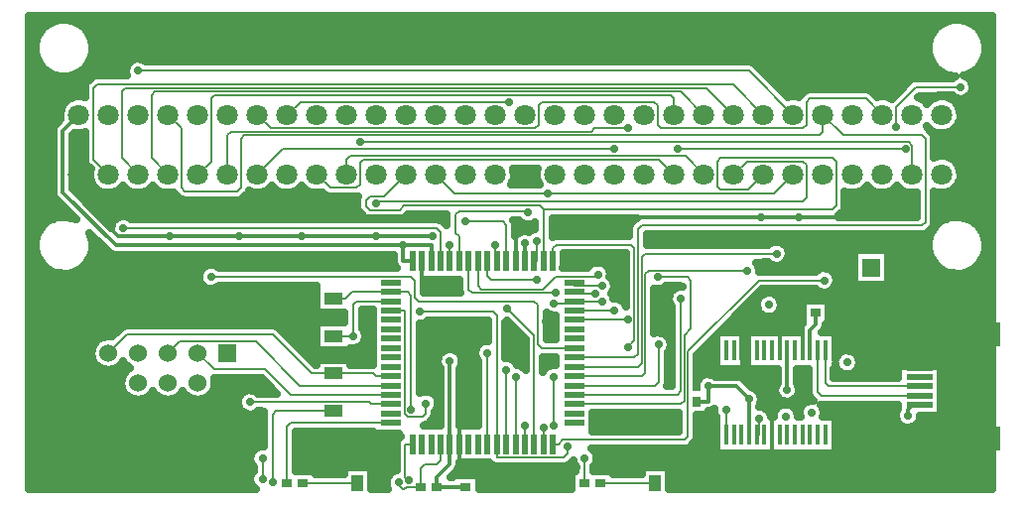
<source format=gbr>
G04 DipTrace 2.4.0.2*
%INTop.gbr*%
%MOIN*%
%ADD13C,0.0118*%
%ADD14C,0.0059*%
%ADD15C,0.025*%
%ADD16R,0.0354X0.0276*%
%ADD17R,0.0276X0.0354*%
%ADD18R,0.063X0.063*%
%ADD19C,0.063*%
%ADD20R,0.0394X0.0571*%
%ADD21C,0.0709*%
%ADD23R,0.0906X0.0197*%
%ADD24R,0.0984X0.0787*%
%ADD25C,0.06*%
%ADD26R,0.06X0.06*%
%ADD27R,0.0591X0.0394*%
%ADD28R,0.0157X0.0709*%
%ADD30R,0.0709X0.0197*%
%ADD31R,0.0197X0.0709*%
%ADD32C,0.0276*%
%FSLAX44Y44*%
G04*
G70*
G90*
G75*
G01*
%LNTop*%
%LPD*%
X30502Y8897D2*
D13*
Y9582D1*
X30699Y9779D1*
Y10187D1*
X18406Y8536D2*
Y5754D1*
X17776Y11896D2*
Y12427D1*
X16839D1*
X28455Y6062D2*
Y7266D1*
X16839Y12427D2*
Y11896D1*
X17146D1*
X20925Y12506D2*
Y11896D1*
X33793Y6708D2*
Y6924D1*
X33931Y7062D1*
X34187D1*
X29734Y7581D2*
Y8897D1*
X17949Y4312D2*
X18937D1*
X18406Y5754D2*
Y5084D1*
X17949Y4627D1*
Y4312D1*
X16839Y12427D2*
X7178D1*
X5406Y14200D1*
Y16281D1*
X5937Y16812D1*
X27081Y7699D2*
Y7187D1*
X26687D1*
X28455Y7266D2*
X28022Y7699D1*
X27081D1*
X17937Y14812D2*
D14*
X18567Y14182D1*
X21695D1*
X21319Y12565D2*
Y11896D1*
X21240D1*
X21695Y14182D2*
X29307D1*
X29937Y14812D1*
X16937D2*
X16199Y14074D1*
X15711D1*
X15593Y13956D1*
Y13739D1*
X15711Y13621D1*
X16719D1*
X16857Y13759D1*
X21437D1*
X21555Y13641D1*
X31262D1*
X31380Y13759D1*
Y15255D1*
X31262Y15373D1*
X27498D1*
X27380Y15255D1*
Y14418D1*
X27498Y14300D1*
X28425D1*
X28937Y14812D1*
X21555Y13641D2*
Y11896D1*
X27937Y14812D2*
X28380Y15255D1*
X30262D1*
X30380Y15137D1*
Y14033D1*
X30262Y13915D1*
X16005D1*
X15937Y13847D1*
X24380Y9012D2*
X24606Y9238D1*
Y12339D1*
X24488Y12457D1*
X21988D1*
X21870Y12339D1*
Y11896D1*
X26937Y14812D2*
X26317Y15432D1*
X15055D1*
X14937Y15314D1*
Y14812D1*
X23518Y11059D2*
X22579D1*
Y11187D1*
X25937Y14812D2*
X25435Y15314D1*
X15498D1*
X15380Y15196D1*
Y14487D1*
X15262Y14369D1*
X14380D1*
X13937Y14812D1*
X23281Y10803D2*
X22862D1*
X22793Y10872D1*
X22579D1*
X23519Y10557D2*
X22579D1*
X21909Y6387D2*
Y8014D1*
X22579Y10557D2*
Y10482D1*
X21909D1*
X23937Y15658D2*
X12783D1*
X11937Y14812D1*
X23937Y10242D2*
X22579D1*
X24380Y16359D2*
X23254D1*
X23145Y16251D1*
X11055D1*
X10937Y16133D1*
Y14812D1*
X24380Y9927D2*
X22579D1*
X25937Y16812D2*
Y17363D1*
X25819Y17481D1*
X10498D1*
X10380Y17363D1*
Y15255D1*
X9937Y14812D1*
X22579Y7093D2*
X26163D1*
X26281Y7211D1*
Y9401D1*
X26508Y9627D1*
Y11245D1*
X26390Y11363D1*
X25380D1*
X26937Y16812D2*
X26150Y17599D1*
X8498D1*
X8380Y17481D1*
Y15369D1*
X8937Y14812D1*
X26163Y10642D2*
Y7526D1*
X26045Y7407D1*
X22579D1*
X27937Y16812D2*
X27031Y17718D1*
X7498D1*
X7380Y17599D1*
Y15369D1*
X7937Y14812D1*
X25423Y9096D2*
Y7841D1*
X25305Y7722D1*
X22579D1*
X28937Y16812D2*
X27913Y17836D1*
X6557D1*
X6439Y17718D1*
Y15310D1*
X6937Y14812D1*
X28380Y11590D2*
X25079D1*
X24961Y11472D1*
Y8156D1*
X24843Y8037D1*
X22579D1*
X29380Y12150D2*
X24961D1*
X24843Y12031D1*
Y8470D1*
X24724Y8352D1*
X22579D1*
X29937Y16812D2*
X28451Y18298D1*
X7937D1*
X8937Y16812D2*
X9380Y16369D1*
Y14369D1*
X9498Y14251D1*
X11262D1*
X11380Y14369D1*
Y16015D1*
X11498Y16133D1*
X30819D1*
X30937Y16251D1*
Y16812D1*
X31616Y16133D1*
X34262D1*
X34380Y16015D1*
Y13211D1*
X34262Y13093D1*
X24843D1*
X24724Y12975D1*
Y8785D1*
X24606Y8667D1*
X22579D1*
X10380Y11374D2*
X17106D1*
X17224Y11256D1*
Y10663D1*
X17343Y10544D1*
X21240D1*
X21358Y10426D1*
Y9100D1*
X21476Y8982D1*
X22579D1*
X17606Y7118D2*
Y6784D1*
X17488Y6665D1*
X16998D1*
X16880Y6784D1*
Y10242D1*
X16437D1*
X21965Y10826D2*
X19154D1*
X19035Y10944D1*
Y11896D1*
X18937Y13237D2*
X20177D1*
X20295Y13119D1*
Y11896D1*
X19665Y8821D2*
Y5754D1*
X33380Y16422D2*
Y17067D1*
X34062Y17750D1*
X35562D1*
X19980Y5754D2*
Y5311D1*
X22237D1*
X22355Y5429D1*
Y5667D1*
X17380Y10200D2*
X19862D1*
X19980Y10082D1*
Y5754D1*
X20295Y8250D2*
Y5754D1*
X15380Y15895D2*
X33819D1*
X33937Y15777D1*
Y14812D1*
X20610Y8014D2*
Y5754D1*
X20925Y6364D2*
Y5754D1*
X20380Y17255D2*
X13380D1*
X12937Y16812D1*
X20325Y10318D2*
X21240Y9403D1*
Y5754D1*
X33711Y15658D2*
X26055D1*
X11937Y16812D2*
X12380Y16369D1*
X21262D1*
X21380Y16487D1*
Y17137D1*
X21498Y17255D1*
X25262D1*
X25380Y17137D1*
Y16487D1*
X25498Y16369D1*
X30262D1*
X30380Y16487D1*
Y17255D1*
X30498Y17373D1*
X32376D1*
X32937Y16812D1*
X21555Y6305D2*
Y5754D1*
X30979Y11256D2*
X28781D1*
X26400Y8874D1*
Y6012D1*
X26281Y5894D1*
X22197D1*
X22057Y5754D1*
X21870D1*
X14500Y9375D2*
X15154D1*
X28789Y6613D2*
Y6062D1*
X28711D1*
X15154Y9375D2*
Y10439D1*
X15272Y10557D1*
X16437D1*
X17106Y6892D2*
Y10754D1*
X16988Y10872D1*
X16437D1*
X27687Y6892D2*
Y6062D1*
X16437Y10872D2*
X15131D1*
X14883Y10625D1*
X14500D1*
X34187Y8322D2*
D13*
X33557D1*
X33321Y8558D1*
Y9326D1*
X33439Y9444D1*
X33557D1*
X34226D1*
X28199Y8897D2*
Y9428D1*
X28455D1*
X29478D1*
X29596Y9546D1*
X29833D1*
Y10187D1*
X30187D1*
X29478Y9428D2*
Y8897D1*
X26687Y7699D2*
Y8053D1*
X26875D1*
X27923D1*
X28041Y7935D1*
X28455D1*
Y7982D1*
Y8053D1*
X29222Y7285D1*
Y6062D1*
X36392Y9444D2*
Y6511D1*
X34226D1*
Y5940D1*
X18720Y9590D2*
Y5754D1*
X15937Y4978D2*
Y4437D1*
X29833Y9546D2*
X30246D1*
Y8897D1*
X28455Y8053D2*
Y8897D1*
X20610Y12841D2*
Y11896D1*
X17954Y11266D2*
X17461D1*
Y11896D1*
X36392Y6511D2*
Y5940D1*
X34226Y9444D2*
X36392D1*
X32562Y10687D2*
X33439Y9810D1*
Y9444D1*
X30187Y10187D2*
Y10687D1*
X32562D1*
X26390Y4312D2*
X26331Y4371D1*
X25937D1*
Y4437D1*
X29222Y6062D2*
Y4548D1*
X28986Y4312D1*
X26390D1*
X19449Y4900D2*
Y4312D1*
X18720Y5754D2*
Y5136D1*
X18957Y4900D1*
X19449D1*
X28455Y8897D2*
Y9428D1*
X28375Y8125D2*
X28455Y7982D1*
X26875Y8187D2*
Y8053D1*
X31812Y13500D2*
X31500D1*
X31375Y13375D1*
X30125D1*
X28875D1*
X23000D1*
X22687Y13062D1*
X17812Y12750D2*
X15937D1*
X13437D1*
X11312D1*
X9000D1*
X7250D1*
X6625Y13375D1*
Y14125D1*
X5937Y14812D1*
X12937Y4437D2*
D14*
Y6344D1*
X13055Y6463D1*
X16437D1*
X15307Y4437D2*
X14749D1*
X13449D1*
X7439Y13008D2*
X17972D1*
X18091Y12890D1*
Y11896D1*
X23380Y11453D2*
X23301Y11374D1*
X21967D1*
X21537Y10944D1*
X19469D1*
X19350Y11062D1*
Y11896D1*
X21319Y11285D2*
X19783D1*
X19665Y11404D1*
Y11896D1*
X21035Y13532D2*
X20986Y13582D1*
X18711D1*
X18593Y13463D1*
Y12855D1*
X18720Y12727D1*
Y11896D1*
X17016Y4538D2*
X16907Y4647D1*
Y5754D1*
X17146D1*
X12110Y5264D2*
Y4585D1*
X22937Y5264D2*
Y4437D1*
X25307D2*
X24904D1*
X23449D1*
X11693Y7160D2*
X15687D1*
X15754Y7093D1*
X16437D1*
Y8037D2*
X15920D1*
X15832Y8125D1*
X14500D1*
X13763D1*
X12450Y9437D1*
X7562D1*
X6937Y8812D1*
X16437Y7407D2*
X13054D1*
X12202Y8260D1*
X10489D1*
X9937Y8812D1*
X16437Y7722D2*
X13375D1*
X11897Y9201D1*
X9326D1*
X8937Y8812D1*
X31014Y8897D2*
Y7810D1*
X31132Y7692D1*
X34187D1*
X30758Y8897D2*
Y7495D1*
X30876Y7377D1*
X34187D1*
X19937Y12447D2*
Y12153D1*
X19980Y12110D1*
Y11896D1*
X12445Y4467D2*
Y6756D1*
X12563Y6875D1*
X14500D1*
X17437Y4312D2*
Y4956D1*
X17555Y5074D1*
X17972D1*
X18091Y5192D1*
Y5754D1*
X16681Y4467D2*
Y4378D1*
X16819Y4240D1*
X16871D1*
X16943Y4312D1*
X17437D1*
X18406Y12447D2*
Y11896D1*
D32*
X30125Y13375D3*
X28875D3*
X31812Y13500D3*
X33750D3*
X36625Y20125D3*
X4250D3*
Y4250D3*
X36625D3*
X9000Y12750D3*
X11312D3*
X17875Y13375D3*
X12875Y13625D3*
X14000D3*
X12875Y11875D3*
X14000D3*
X12875Y10062D3*
X13812Y9187D3*
X15750Y10250D3*
X28375Y8125D3*
X30562Y6812D3*
X33125Y7000D3*
X29125Y10437D3*
X31750Y8500D3*
X26875Y8187D3*
X22687Y11812D3*
Y13062D3*
X21625Y9875D3*
Y8500D3*
X13625Y5500D3*
X15937D3*
X22187Y11687D3*
X20500Y9125D3*
X13437Y12750D3*
X15937D3*
X17812D3*
X23562Y6312D3*
X25437D3*
X25812Y8187D3*
X25375Y10437D3*
X27000Y6125D3*
X32937Y6000D3*
X29687Y6687D3*
X18406Y8536D3*
X16839Y12427D3*
X20925Y12506D3*
X33793Y6708D3*
X27081Y7699D3*
X29734Y7581D3*
X28455Y7266D3*
X21319Y12565D3*
X21695Y14182D3*
X15937Y13847D3*
X24380Y9012D3*
X23518Y11059D3*
X23281Y10803D3*
X21909Y10482D3*
Y8014D3*
Y6387D3*
X23519Y10557D3*
X23937Y15658D3*
Y10242D3*
X24380Y16359D3*
Y9927D3*
X25380Y11363D3*
X26163Y10642D3*
X25423Y9096D3*
X28380Y11590D3*
X29380Y12150D3*
X7937Y18298D3*
X10380Y11374D3*
X17606Y7118D3*
X21965Y10826D3*
X18937Y13237D3*
X19665Y8821D3*
X22355Y5667D3*
X35562Y17750D3*
X33380Y16422D3*
X17380Y10200D3*
X20295Y8250D3*
X20610Y8014D3*
X15380Y15895D3*
X20925Y6364D3*
X20325Y10318D3*
X26055Y15658D3*
X33711D3*
X20380Y17255D3*
X21555Y6305D3*
X30979Y11256D3*
X28789Y6613D3*
X15154Y9375D3*
X17106Y6892D3*
X27687D3*
X15937Y4978D3*
X20610Y12841D3*
X19449Y4900D3*
X18720Y9590D3*
X26390Y4312D3*
X17954Y11266D3*
X7439Y13008D3*
X23380Y11453D3*
X21319Y11285D3*
X21035Y13532D3*
X17016Y4538D3*
X12110Y4585D3*
Y5264D3*
X22937D3*
X11693Y7160D3*
X19937Y12447D3*
X12445Y4467D3*
X16681D3*
X18406Y12447D3*
X4275Y19876D2*
D15*
X4914D1*
X5960D2*
X34914D1*
X35960D2*
X36598D1*
X4275Y19627D2*
X4644D1*
X6230D2*
X34644D1*
X36230D2*
X36598D1*
X4275Y19378D2*
X4512D1*
X6362D2*
X34512D1*
X36362D2*
X36598D1*
X4275Y19130D2*
X4461D1*
X6413D2*
X34461D1*
X36413D2*
X36596D1*
X4275Y18881D2*
X4476D1*
X6398D2*
X34476D1*
X36398D2*
X36598D1*
X4275Y18632D2*
X4562D1*
X6312D2*
X7687D1*
X8187D2*
X34562D1*
X36312D2*
X36598D1*
X4275Y18384D2*
X4742D1*
X6132D2*
X7519D1*
X28808D2*
X34742D1*
X36132D2*
X36598D1*
X4275Y18135D2*
X5187D1*
X5687D2*
X7543D1*
X29054D2*
X35187D1*
X35702D2*
X36598D1*
X4275Y17886D2*
X6172D1*
X29304D2*
X33758D1*
X35964D2*
X36598D1*
X4275Y17638D2*
X6121D1*
X29554D2*
X30344D1*
X32530D2*
X33508D1*
X35976D2*
X36598D1*
X4275Y17389D2*
X5687D1*
X34187D2*
X34687D1*
X35187D2*
X35359D1*
X35765D2*
X36598D1*
X4275Y17140D2*
X5387D1*
X35487D2*
X36598D1*
X4275Y16892D2*
X5297D1*
X35577D2*
X36598D1*
X4275Y16643D2*
X5285D1*
X35558D2*
X36598D1*
X4275Y16394D2*
X5078D1*
X35417D2*
X36598D1*
X4275Y16145D2*
X5058D1*
X5753D2*
X6121D1*
X34667D2*
X36598D1*
X4275Y15897D2*
X5058D1*
X5753D2*
X6121D1*
X34698D2*
X36598D1*
X4275Y15648D2*
X5058D1*
X5753D2*
X6121D1*
X34698D2*
X36598D1*
X4275Y15399D2*
X5058D1*
X5753D2*
X6121D1*
X35159D2*
X36598D1*
X4275Y15151D2*
X5058D1*
X5753D2*
X6168D1*
X35480D2*
X36598D1*
X4275Y14902D2*
X5058D1*
X5753D2*
X6301D1*
X20573D2*
X21301D1*
X35573D2*
X36598D1*
X4275Y14653D2*
X5058D1*
X5753D2*
X6312D1*
X20562D2*
X21312D1*
X35562D2*
X36598D1*
X4275Y14405D2*
X5058D1*
X5753D2*
X6445D1*
X35429D2*
X36598D1*
X4275Y14156D2*
X5058D1*
X5933D2*
X9152D1*
X11608D2*
X14152D1*
X31698D2*
X34062D1*
X34698D2*
X36598D1*
X4275Y13907D2*
X5215D1*
X6183D2*
X15273D1*
X31698D2*
X34062D1*
X34698D2*
X36598D1*
X4275Y13659D2*
X5465D1*
X6429D2*
X15285D1*
X31683D2*
X34062D1*
X34698D2*
X36598D1*
X4275Y13410D2*
X5711D1*
X6679D2*
X15480D1*
X16948D2*
X18273D1*
X31468D2*
X34062D1*
X34698D2*
X36598D1*
X4275Y13161D2*
X4793D1*
X20612D2*
X20855D1*
X21874D2*
X24473D1*
X36081D2*
X36598D1*
X4275Y12913D2*
X4586D1*
X20616D2*
X21090D1*
X21874D2*
X24406D1*
X36288D2*
X36598D1*
X4275Y12664D2*
X4484D1*
X25042D2*
X34484D1*
X36390D2*
X36598D1*
X4275Y12415D2*
X4457D1*
X6417D2*
X6707D1*
X29706D2*
X34457D1*
X36417D2*
X36596D1*
X4275Y12166D2*
X4496D1*
X6378D2*
X6961D1*
X29808D2*
X31957D1*
X33167D2*
X34496D1*
X36378D2*
X36598D1*
X4275Y11918D2*
X4613D1*
X6261D2*
X16488D1*
X22257D2*
X24285D1*
X29733D2*
X31957D1*
X33167D2*
X34613D1*
X36261D2*
X36598D1*
X4275Y11669D2*
X4848D1*
X6026D2*
X10082D1*
X10679D2*
X16582D1*
X22257D2*
X23016D1*
X23745D2*
X24285D1*
X28800D2*
X31957D1*
X33167D2*
X34848D1*
X36026D2*
X36598D1*
X4275Y11420D2*
X9957D1*
X23808D2*
X24285D1*
X31370D2*
X31957D1*
X33167D2*
X36598D1*
X4275Y11172D2*
X10008D1*
X17542D2*
X18715D1*
X23929D2*
X24285D1*
X31398D2*
X31957D1*
X33167D2*
X36598D1*
X4275Y10923D2*
X13914D1*
X17542D2*
X18719D1*
X23921D2*
X24285D1*
X25280D2*
X25851D1*
X28890D2*
X30726D1*
X31230D2*
X36598D1*
X4275Y10674D2*
X13914D1*
X23929D2*
X24285D1*
X25280D2*
X25738D1*
X28640D2*
X28773D1*
X29476D2*
X36598D1*
X4275Y10426D2*
X13914D1*
X25280D2*
X25801D1*
X28394D2*
X28695D1*
X29554D2*
X30230D1*
X31167D2*
X36598D1*
X4275Y10177D2*
X13914D1*
X15472D2*
X15793D1*
X25280D2*
X25844D1*
X28144D2*
X28793D1*
X29456D2*
X30230D1*
X31167D2*
X36598D1*
X4275Y9928D2*
X14836D1*
X15472D2*
X15793D1*
X21679D2*
X21933D1*
X25280D2*
X25844D1*
X27894D2*
X30230D1*
X31167D2*
X36598D1*
X4275Y9680D2*
X7371D1*
X12640D2*
X13914D1*
X15472D2*
X15793D1*
X17425D2*
X19660D1*
X20300D2*
X20523D1*
X21679D2*
X21933D1*
X25280D2*
X25844D1*
X27648D2*
X30168D1*
X31030D2*
X36598D1*
X4275Y9431D2*
X7113D1*
X12898D2*
X13914D1*
X15577D2*
X15793D1*
X17425D2*
X19660D1*
X20300D2*
X20769D1*
X21679D2*
X21933D1*
X25671D2*
X25846D1*
X31382D2*
X36598D1*
X4275Y9182D2*
X6484D1*
X13148D2*
X13914D1*
X15530D2*
X15793D1*
X17425D2*
X19461D1*
X20300D2*
X20922D1*
X27148D2*
X27320D1*
X31382D2*
X36598D1*
X4275Y8934D2*
X6359D1*
X13394D2*
X13914D1*
X15085D2*
X15793D1*
X17425D2*
X18316D1*
X18492D2*
X19254D1*
X20300D2*
X20922D1*
X26901D2*
X27320D1*
X31382D2*
X36598D1*
X4275Y8685D2*
X6363D1*
X13644D2*
X15793D1*
X17425D2*
X18008D1*
X18804D2*
X19262D1*
X20300D2*
X20922D1*
X21558D2*
X21933D1*
X26718D2*
X27320D1*
X32132D2*
X36598D1*
X4275Y8436D2*
X6492D1*
X15085D2*
X15793D1*
X17425D2*
X17992D1*
X18819D2*
X19348D1*
X20679D2*
X20922D1*
X21558D2*
X21933D1*
X26718D2*
X27320D1*
X32171D2*
X36598D1*
X4275Y8187D2*
X7488D1*
X17425D2*
X18058D1*
X18753D2*
X19348D1*
X26718D2*
X29387D1*
X30081D2*
X30437D1*
X31331D2*
X31471D1*
X32030D2*
X33445D1*
X34929D2*
X36598D1*
X4275Y7939D2*
X7363D1*
X10511D2*
X12082D1*
X17425D2*
X18058D1*
X18753D2*
X19348D1*
X28265D2*
X29387D1*
X30081D2*
X30437D1*
X34929D2*
X36598D1*
X4275Y7690D2*
X7359D1*
X10515D2*
X12332D1*
X17425D2*
X18058D1*
X18753D2*
X19348D1*
X28515D2*
X29320D1*
X30148D2*
X30437D1*
X34929D2*
X36598D1*
X4275Y7441D2*
X7484D1*
X10390D2*
X11379D1*
X17870D2*
X18058D1*
X18753D2*
X19348D1*
X28843D2*
X29332D1*
X30136D2*
X30445D1*
X34929D2*
X36598D1*
X4275Y7193D2*
X11266D1*
X18753D2*
X19348D1*
X28874D2*
X29601D1*
X29865D2*
X30406D1*
X34929D2*
X36598D1*
X4275Y6944D2*
X11328D1*
X18753D2*
X19348D1*
X29042D2*
X29351D1*
X30023D2*
X30156D1*
X30968D2*
X33441D1*
X34929D2*
X36598D1*
X4275Y6695D2*
X12125D1*
X17913D2*
X18059D1*
X18753D2*
X19348D1*
X23222D2*
X26082D1*
X26718D2*
X27312D1*
X30972D2*
X33367D1*
X34222D2*
X36598D1*
X4275Y6447D2*
X12125D1*
X17710D2*
X18058D1*
X18753D2*
X19348D1*
X23222D2*
X26082D1*
X26718D2*
X27320D1*
X31382D2*
X33461D1*
X34124D2*
X36598D1*
X4275Y6198D2*
X12125D1*
X23222D2*
X26082D1*
X26718D2*
X27320D1*
X31382D2*
X36598D1*
X4275Y5949D2*
X12125D1*
X13257D2*
X16664D1*
X26714D2*
X27320D1*
X31382D2*
X36598D1*
X4275Y5701D2*
X12125D1*
X13257D2*
X16590D1*
X26530D2*
X27320D1*
X31382D2*
X36598D1*
X4275Y5452D2*
X11730D1*
X13257D2*
X16590D1*
X23319D2*
X27320D1*
X31382D2*
X36598D1*
X4275Y5203D2*
X11687D1*
X13257D2*
X16590D1*
X23358D2*
X36598D1*
X4275Y4955D2*
X11789D1*
X13257D2*
X14820D1*
X15792D2*
X16590D1*
X18726D2*
X22617D1*
X23257D2*
X24820D1*
X25792D2*
X36598D1*
X4275Y4706D2*
X11703D1*
X15792D2*
X16332D1*
X19405D2*
X22469D1*
X25792D2*
X36598D1*
X4275Y4457D2*
X11703D1*
X15792D2*
X16254D1*
X19405D2*
X22469D1*
X25792D2*
X36598D1*
X30257Y9796D2*
Y10590D1*
X31141D1*
Y9784D1*
X31023Y9779D1*
X30999Y9657D1*
X30928Y9549D1*
X30892Y9514D1*
X31102Y9516D1*
X31357D1*
X31362Y8608D1*
X31413Y8721D1*
X31497Y8813D1*
X31605Y8875D1*
X31727Y8902D1*
X31851Y8889D1*
X31965Y8840D1*
X32059Y8758D1*
X32123Y8651D1*
X32152Y8500D1*
X32133Y8376D1*
X32077Y8265D1*
X31990Y8176D1*
X31880Y8118D1*
X31757Y8097D1*
X31634Y8114D1*
X31521Y8168D1*
X31431Y8253D1*
X31371Y8362D1*
X31357Y8435D1*
Y8277D1*
X31308Y8272D1*
Y7987D1*
X33472Y7986D1*
X33469Y8370D1*
X34905D1*
X34901Y7644D1*
X34905Y7240D1*
X34901Y7014D1*
X34905Y6925D1*
Y6699D1*
X34198D1*
X34177Y6585D1*
X34121Y6473D1*
X34034Y6385D1*
X33924Y6327D1*
X33801Y6305D1*
X33678Y6322D1*
X33565Y6376D1*
X33475Y6461D1*
X33415Y6570D1*
X33391Y6693D1*
X33405Y6816D1*
X33470Y6944D1*
X33469Y7085D1*
X32687Y7083D1*
X30872D1*
X30871Y7070D1*
X30935Y6964D1*
X30965Y6812D1*
X30940Y6679D1*
X31102Y6677D1*
X31045Y6681D1*
X31357D1*
Y5443D1*
X30670Y5447D1*
X30721Y5443D1*
X30158Y5447D1*
X30209Y5443D1*
X29646Y5447D1*
X29697Y5443D1*
X29135Y5447D1*
X29185Y5443D1*
X28623Y5447D1*
X28673Y5443D1*
X28111Y5447D1*
X28162Y5443D1*
X27599Y5447D1*
X27656Y5443D1*
X27343D1*
X27347Y6681D1*
X27308Y6754D1*
X27285Y6877D1*
X27292Y6942D1*
X27219Y6894D1*
X27086Y6864D1*
X27090Y6745D1*
X26695D1*
X26694Y6012D1*
X26666Y5887D1*
X26682Y5927D1*
X26631Y5829D1*
X26490Y5685D1*
X26398Y5623D1*
X26281Y5599D1*
X23160D1*
X23246Y5522D1*
X23310Y5415D1*
X23340Y5264D1*
X23320Y5141D1*
X23265Y5030D1*
X23229Y4993D1*
X23231Y4838D1*
X23379Y4836D1*
X23632Y4840D1*
X23891D1*
Y4734D1*
X24846Y4731D1*
X24845Y4987D1*
X25769D1*
Y4249D1*
X36625Y4250D1*
Y20125D1*
X4250D1*
Y4250D1*
X11882Y4253D1*
X11792Y4338D1*
X11732Y4447D1*
X11708Y4569D1*
X11722Y4693D1*
X11774Y4806D1*
X11813Y4850D1*
X11816Y4987D1*
X11732Y5126D1*
X11708Y5249D1*
X11722Y5372D1*
X11774Y5486D1*
X11858Y5578D1*
X11966Y5640D1*
X12087Y5666D1*
X12153Y5659D1*
X12150Y6592D1*
X12151Y6760D1*
X12164Y6844D1*
X12062Y6866D1*
X11964D1*
X11933Y6837D1*
X11823Y6779D1*
X11700Y6757D1*
X11577Y6774D1*
X11464Y6828D1*
X11374Y6914D1*
X11314Y7023D1*
X11290Y7145D1*
X11305Y7268D1*
X11356Y7382D1*
X11440Y7474D1*
X11548Y7536D1*
X11670Y7562D1*
X11794Y7550D1*
X11908Y7500D1*
X11958Y7457D1*
X12595Y7454D1*
X12081Y7964D1*
X10486Y7966D1*
X10502Y7812D1*
X10488Y7688D1*
X10448Y7570D1*
X10382Y7464D1*
X10295Y7375D1*
X10190Y7307D1*
X10073Y7264D1*
X9949Y7247D1*
X9825Y7258D1*
X9706Y7296D1*
X9599Y7360D1*
X9508Y7445D1*
X9436Y7552D1*
X9382Y7464D1*
X9295Y7375D1*
X9190Y7307D1*
X9073Y7264D1*
X8949Y7247D1*
X8825Y7258D1*
X8706Y7296D1*
X8599Y7360D1*
X8508Y7445D1*
X8436Y7552D1*
X8382Y7464D1*
X8295Y7375D1*
X8190Y7307D1*
X8073Y7264D1*
X7949Y7247D1*
X7825Y7258D1*
X7706Y7296D1*
X7599Y7360D1*
X7508Y7445D1*
X7438Y7548D1*
X7392Y7664D1*
X7373Y7787D1*
X7381Y7912D1*
X7416Y8031D1*
X7477Y8140D1*
X7560Y8233D1*
X7673Y8310D1*
X7599Y8360D1*
X7508Y8445D1*
X7436Y8552D1*
X7382Y8464D1*
X7295Y8375D1*
X7190Y8307D1*
X7073Y8264D1*
X6949Y8247D1*
X6825Y8258D1*
X6706Y8296D1*
X6599Y8360D1*
X6508Y8445D1*
X6438Y8548D1*
X6392Y8664D1*
X6373Y8787D1*
X6381Y8912D1*
X6416Y9031D1*
X6477Y9140D1*
X6560Y9233D1*
X6662Y9306D1*
X6777Y9354D1*
X6900Y9376D1*
X7025Y9370D1*
X7066Y9359D1*
X7354Y9645D1*
X7462Y9713D1*
X7562Y9731D1*
X12450D1*
X12575Y9703D1*
X12658Y9645D1*
X13888Y8419D1*
X13938D1*
X13939Y8586D1*
X15060D1*
Y8418D1*
X15819Y8419D1*
X15818Y9031D1*
Y9661D1*
Y10262D1*
X15449Y10263D1*
X15448Y9646D1*
X15527Y9526D1*
X15556Y9375D1*
X15537Y9252D1*
X15481Y9140D1*
X15394Y9051D1*
X15284Y8993D1*
X15161Y8972D1*
X15057Y8986D1*
X15060Y8913D1*
X13939D1*
Y9836D1*
X14857D1*
X14859Y10160D1*
X14060Y10163D1*
X13939D1*
Y11079D1*
X10657Y11080D1*
X10510Y10993D1*
X10388Y10971D1*
X10264Y10988D1*
X10152Y11042D1*
X10061Y11128D1*
X10001Y11237D1*
X9977Y11359D1*
X9992Y11482D1*
X10044Y11596D1*
X10128Y11688D1*
X10235Y11750D1*
X10357Y11776D1*
X10481Y11764D1*
X10595Y11714D1*
X10645Y11671D1*
X13380Y11668D1*
X16610D1*
X16546Y11757D1*
X16515Y11896D1*
Y12103D1*
X7178D1*
X7056Y12127D1*
X6949Y12198D1*
X6294Y12853D1*
X6360Y12678D1*
X6384Y12555D1*
X6391Y12437D1*
X6383Y12312D1*
X6358Y12190D1*
X6318Y12072D1*
X6263Y11960D1*
X6193Y11856D1*
X6111Y11762D1*
X6017Y11680D1*
X5913Y11610D1*
X5801Y11555D1*
X5683Y11515D1*
X5560Y11491D1*
X5435Y11483D1*
X5311Y11492D1*
X5188Y11516D1*
X5070Y11556D1*
X4958Y11612D1*
X4854Y11682D1*
X4761Y11764D1*
X4679Y11858D1*
X4610Y11962D1*
X4555Y12075D1*
X4515Y12193D1*
X4491Y12316D1*
X4483Y12440D1*
X4492Y12565D1*
X4517Y12687D1*
X4557Y12805D1*
X4613Y12917D1*
X4683Y13021D1*
X4765Y13114D1*
X4860Y13196D1*
X4964Y13265D1*
X5076Y13320D1*
X5195Y13360D1*
X5317Y13383D1*
X5442Y13391D1*
X5566Y13382D1*
X5689Y13357D1*
X5852Y13294D1*
X5176Y13971D1*
X5107Y14074D1*
X5082Y14200D1*
Y16281D1*
X5105Y16402D1*
X5176Y16510D1*
X5334Y16667D1*
X5322Y16742D1*
X5320Y16866D1*
X5344Y16989D1*
X5391Y17104D1*
X5461Y17208D1*
X5550Y17295D1*
X5655Y17363D1*
X5771Y17409D1*
X5894Y17430D1*
X6019Y17426D1*
X6144Y17395D1*
X6145Y17718D1*
X6173Y17842D1*
X6157Y17802D1*
X6208Y17900D1*
X6349Y18044D1*
X6440Y18106D1*
X6557Y18130D1*
X7569D1*
X7535Y18283D1*
X7549Y18407D1*
X7601Y18520D1*
X7685Y18612D1*
X7793Y18674D1*
X7914Y18700D1*
X8038Y18688D1*
X8152Y18639D1*
X8202Y18595D1*
X10937Y18593D1*
X28451D1*
X28575Y18564D1*
X28659Y18506D1*
X29761Y17404D1*
X29894Y17430D1*
X30019Y17426D1*
X30121Y17402D1*
X30250Y17542D1*
X30290Y17581D1*
X30381Y17643D1*
X30498Y17667D1*
X32376D1*
X32500Y17639D1*
X32584Y17581D1*
X32758Y17407D1*
X32894Y17430D1*
X33019Y17426D1*
X33140Y17397D1*
X33243Y17349D1*
X33854Y17958D1*
X33962Y18026D1*
X34062Y18044D1*
X35285D1*
X35387Y18108D1*
X35188Y18141D1*
X35070Y18181D1*
X34958Y18237D1*
X34854Y18307D1*
X34761Y18389D1*
X34679Y18483D1*
X34610Y18587D1*
X34555Y18700D1*
X34515Y18818D1*
X34491Y18941D1*
X34483Y19065D1*
X34492Y19190D1*
X34517Y19312D1*
X34557Y19430D1*
X34613Y19542D1*
X34683Y19646D1*
X34765Y19739D1*
X34860Y19821D1*
X34964Y19890D1*
X35076Y19945D1*
X35195Y19985D1*
X35317Y20008D1*
X35442Y20016D1*
X35566Y20007D1*
X35689Y19982D1*
X35807Y19941D1*
X35919Y19885D1*
X36022Y19815D1*
X36116Y19732D1*
X36197Y19638D1*
X36266Y19534D1*
X36321Y19421D1*
X36360Y19303D1*
X36384Y19180D1*
X36391Y19062D1*
X36383Y18937D1*
X36358Y18815D1*
X36318Y18697D1*
X36263Y18585D1*
X36193Y18481D1*
X36111Y18387D1*
X36017Y18305D1*
X35913Y18235D1*
X35801Y18180D1*
X35671Y18138D1*
X35777Y18090D1*
X35871Y18008D1*
X35935Y17901D1*
X35965Y17750D1*
X35945Y17627D1*
X35890Y17515D1*
X35802Y17426D1*
X35692Y17368D1*
X35570Y17347D1*
X35446Y17364D1*
X35334Y17418D1*
X35292Y17458D1*
X34183Y17455D1*
X34129Y17400D1*
X34253Y17344D1*
X34354Y17270D1*
X34439Y17174D1*
X34461Y17208D1*
X34550Y17295D1*
X34655Y17363D1*
X34771Y17409D1*
X34894Y17430D1*
X35019Y17426D1*
X35140Y17397D1*
X35253Y17344D1*
X35354Y17270D1*
X35437Y17177D1*
X35500Y17070D1*
X35540Y16952D1*
X35556Y16812D1*
X35544Y16688D1*
X35506Y16569D1*
X35446Y16460D1*
X35365Y16365D1*
X35267Y16288D1*
X35155Y16232D1*
X35034Y16200D1*
X34910Y16193D1*
X34786Y16211D1*
X34669Y16254D1*
X34562Y16319D1*
X34471Y16404D1*
X34437Y16452D1*
X34444Y16364D1*
X34588Y16223D1*
X34650Y16131D1*
X34674Y16015D1*
Y15370D1*
X34771Y15409D1*
X34894Y15430D1*
X35019Y15426D1*
X35140Y15397D1*
X35253Y15344D1*
X35354Y15270D1*
X35437Y15177D1*
X35500Y15070D1*
X35540Y14952D1*
X35556Y14812D1*
X35544Y14688D1*
X35506Y14569D1*
X35446Y14460D1*
X35365Y14365D1*
X35267Y14288D1*
X35155Y14232D1*
X35034Y14200D1*
X34910Y14193D1*
X34786Y14211D1*
X34673Y14252D1*
X34674Y13211D1*
X34646Y13087D1*
X34662Y13126D1*
X34611Y13028D1*
X34470Y12885D1*
X34378Y12822D1*
X34262Y12798D1*
X25016D1*
X25019Y12447D1*
X25836Y12444D1*
X29105D1*
X29235Y12526D1*
X29357Y12552D1*
X29481Y12539D1*
X29595Y12490D1*
X29689Y12408D1*
X29753Y12301D1*
X29783Y12150D1*
X29763Y12027D1*
X29708Y11915D1*
X29620Y11826D1*
X29510Y11769D1*
X29388Y11747D1*
X29264Y11764D1*
X29152Y11818D1*
X29109Y11858D1*
X28681Y11855D1*
X28753Y11742D1*
X28783Y11590D1*
X28781Y11550D1*
X30707D1*
X30835Y11631D1*
X30957Y11658D1*
X31081Y11645D1*
X31195Y11596D1*
X31288Y11514D1*
X31353Y11407D1*
X31382Y11256D1*
X31363Y11133D1*
X31307Y11021D1*
X31220Y10932D1*
X31110Y10874D1*
X30987Y10853D1*
X30864Y10870D1*
X30751Y10924D1*
X30709Y10964D1*
X28905Y10961D1*
X27457Y9514D1*
X28031Y9516D1*
X28287D1*
Y8277D1*
X27599Y8281D1*
X27656Y8277D1*
X27343D1*
Y9398D1*
X26694Y8749D1*
Y7807D1*
X26745Y7921D1*
X26828Y8013D1*
X26936Y8075D1*
X27058Y8101D1*
X27182Y8089D1*
X27296Y8039D1*
X27317Y8021D1*
X28022Y8023D1*
X28144Y7999D1*
X28251Y7928D1*
X28513Y7666D1*
X28670Y7606D1*
X28764Y7524D1*
X28828Y7417D1*
X28857Y7266D1*
X28838Y7143D1*
X28779Y7016D1*
X28891Y7003D1*
X29005Y6953D1*
X29098Y6871D1*
X29162Y6765D1*
X29183Y6678D1*
X29287Y6681D1*
X29299Y6795D1*
X29351Y6909D1*
X29435Y7001D1*
X29543Y7063D1*
X29664Y7089D1*
X29788Y7077D1*
X29902Y7027D1*
X29996Y6945D1*
X30060Y6839D1*
X30089Y6683D1*
X30180Y6681D1*
X30160Y6797D1*
X30174Y6920D1*
X30226Y7034D1*
X30310Y7126D1*
X30418Y7188D1*
X30539Y7214D1*
X30628Y7205D1*
X30550Y7287D1*
X30488Y7378D1*
X30463Y7495D1*
Y8280D1*
X30346Y8277D1*
X30158Y8281D1*
X30209Y8277D1*
X30058Y8272D1*
Y7822D1*
X30107Y7732D1*
X30137Y7581D1*
X30118Y7458D1*
X30062Y7346D1*
X29975Y7258D1*
X29864Y7200D1*
X29742Y7178D1*
X29618Y7195D1*
X29506Y7249D1*
X29416Y7334D1*
X29356Y7443D1*
X29332Y7566D1*
X29346Y7689D1*
X29411Y7817D1*
X29410Y8280D1*
X29316Y8277D1*
X28879Y8281D1*
X28929Y8277D1*
X28367D1*
Y9516D1*
X29054Y9512D1*
X29004Y9516D1*
X29566Y9512D1*
X29516Y9516D1*
X30078Y9512D1*
X30021Y9516D1*
X30178Y9522D1*
Y9582D1*
X30197Y9691D1*
X30158Y9516D1*
X30178D1*
X32107Y12267D2*
X33142D1*
Y11107D1*
X31982D1*
Y12267D1*
X32107D1*
X14970Y4987D2*
X15769D1*
Y4249D1*
X16339Y4250D1*
X16302Y4329D1*
X16279Y4451D1*
X16293Y4575D1*
X16345Y4688D1*
X16429Y4780D1*
X16536Y4842D1*
X16616Y4860D1*
X16613Y5397D1*
Y5754D1*
X16639Y5875D1*
X16716Y5977D1*
X16746Y5999D1*
X16681Y6099D1*
X15818D1*
X15812Y6168D1*
X13230D1*
X13231Y4841D1*
X13379Y4836D1*
X13632Y4840D1*
X13891D1*
Y4734D1*
X14749Y4731D1*
X14847D1*
X14845Y4987D1*
X14970D1*
X36383Y12312D2*
X36358Y12190D1*
X36318Y12072D1*
X36263Y11960D1*
X36193Y11856D1*
X36111Y11762D1*
X36017Y11680D1*
X35913Y11610D1*
X35801Y11555D1*
X35683Y11515D1*
X35560Y11491D1*
X35435Y11483D1*
X35311Y11492D1*
X35188Y11516D1*
X35070Y11556D1*
X34958Y11612D1*
X34854Y11682D1*
X34761Y11764D1*
X34679Y11858D1*
X34610Y11962D1*
X34555Y12075D1*
X34515Y12193D1*
X34491Y12316D1*
X34483Y12440D1*
X34492Y12565D1*
X34517Y12687D1*
X34557Y12805D1*
X34613Y12917D1*
X34683Y13021D1*
X34765Y13114D1*
X34860Y13196D1*
X34964Y13265D1*
X35076Y13320D1*
X35195Y13360D1*
X35317Y13383D1*
X35442Y13391D1*
X35566Y13382D1*
X35689Y13357D1*
X35807Y13316D1*
X35919Y13260D1*
X36022Y13190D1*
X36116Y13107D1*
X36197Y13013D1*
X36266Y12909D1*
X36321Y12796D1*
X36360Y12678D1*
X36384Y12555D1*
X36391Y12437D1*
X36383Y12312D1*
X6383Y18937D2*
X6358Y18815D1*
X6318Y18697D1*
X6263Y18585D1*
X6193Y18481D1*
X6111Y18387D1*
X6017Y18305D1*
X5913Y18235D1*
X5801Y18180D1*
X5683Y18140D1*
X5560Y18116D1*
X5435Y18108D1*
X5311Y18117D1*
X5188Y18141D1*
X5070Y18181D1*
X4958Y18237D1*
X4854Y18307D1*
X4761Y18389D1*
X4679Y18483D1*
X4610Y18587D1*
X4555Y18700D1*
X4515Y18818D1*
X4491Y18941D1*
X4483Y19065D1*
X4492Y19190D1*
X4517Y19312D1*
X4557Y19430D1*
X4613Y19542D1*
X4683Y19646D1*
X4765Y19739D1*
X4860Y19821D1*
X4964Y19890D1*
X5076Y19945D1*
X5195Y19985D1*
X5317Y20008D1*
X5442Y20016D1*
X5566Y20007D1*
X5689Y19982D1*
X5807Y19941D1*
X5919Y19885D1*
X6022Y19815D1*
X6116Y19732D1*
X6197Y19638D1*
X6266Y19534D1*
X6321Y19421D1*
X6360Y19303D1*
X6384Y19180D1*
X6391Y19062D1*
X6383Y18937D1*
X34083Y14213D2*
X34034Y14200D1*
X33910Y14193D1*
X33786Y14211D1*
X33669Y14254D1*
X33562Y14319D1*
X33471Y14404D1*
X33437Y14452D1*
X33365Y14365D1*
X33267Y14288D1*
X33155Y14232D1*
X33034Y14200D1*
X32910Y14193D1*
X32786Y14211D1*
X32669Y14254D1*
X32562Y14319D1*
X32471Y14404D1*
X32437Y14452D1*
X32365Y14365D1*
X32267Y14288D1*
X32155Y14232D1*
X32034Y14200D1*
X31910Y14193D1*
X31786Y14211D1*
X31673Y14252D1*
X31674Y13759D1*
X31646Y13634D1*
X31662Y13674D1*
X31611Y13576D1*
X31467Y13431D1*
X31468Y13387D1*
X34089D1*
X34085Y14215D1*
X20544Y14688D2*
X20506Y14569D1*
X20456Y14477D1*
X21415D1*
X21348Y14620D1*
X21322Y14742D1*
X21320Y14866D1*
X21357Y15022D1*
X20517Y15020D1*
X20540Y14952D1*
X20556Y14812D1*
X20544Y14688D1*
X29508Y10314D2*
X29452Y10203D1*
X29365Y10114D1*
X29255Y10056D1*
X29132Y10034D1*
X29009Y10051D1*
X28896Y10105D1*
X28806Y10191D1*
X28746Y10300D1*
X28722Y10422D1*
X28737Y10545D1*
X28788Y10659D1*
X28872Y10751D1*
X28980Y10813D1*
X29102Y10839D1*
X29226Y10827D1*
X29340Y10777D1*
X29434Y10695D1*
X29498Y10589D1*
X29527Y10437D1*
X29508Y10314D1*
X17523Y6373D2*
X17824Y6369D1*
X18083Y6373D1*
X18082Y8297D1*
X18027Y8399D1*
X18003Y8521D1*
X18018Y8644D1*
X18069Y8758D1*
X18153Y8850D1*
X18261Y8912D1*
X18383Y8938D1*
X18507Y8926D1*
X18621Y8876D1*
X18715Y8794D1*
X18779Y8687D1*
X18808Y8536D1*
X18789Y8413D1*
X18729Y8286D1*
Y6376D1*
X18769Y6369D1*
X19172Y6373D1*
X19371Y6379D1*
Y8547D1*
X19287Y8684D1*
X19263Y8806D1*
X19278Y8930D1*
X19329Y9043D1*
X19413Y9135D1*
X19521Y9197D1*
X19643Y9223D1*
X19685Y9219D1*
X19686Y9906D1*
X17655D1*
X17620Y9877D1*
X17510Y9819D1*
X17399Y9799D1*
X17401Y7461D1*
X17462Y7494D1*
X17584Y7520D1*
X17707Y7508D1*
X17822Y7458D1*
X17915Y7376D1*
X17979Y7270D1*
X18009Y7118D1*
X17990Y6995D1*
X17934Y6884D1*
X17898Y6848D1*
X17901Y6784D1*
X17872Y6659D1*
X17888Y6699D1*
X17837Y6601D1*
X17696Y6457D1*
X17601Y6394D1*
X17653Y6421D1*
X17537Y6373D1*
X18085D1*
X18769Y5138D2*
X18726Y5135D1*
X18710Y4974D1*
X18635Y4855D1*
X18620Y4715D1*
X19379D1*
Y4250D1*
X22496D1*
X22495Y4840D1*
X22639D1*
X22643Y4988D1*
X22558Y5126D1*
X22544Y5199D1*
X22445Y5103D1*
X22354Y5041D1*
X22237Y5017D1*
X19980D1*
X19859Y5043D1*
X19757Y5120D1*
X19719Y5135D1*
X19617Y5139D1*
X19214Y5135D1*
X18987Y5139D1*
X18899Y5135D1*
X18729Y5129D1*
Y5084D1*
X18706Y4962D1*
X18635Y4855D1*
X18416Y4636D1*
X18492D1*
X18495Y4715D1*
X18620D1*
X23198Y6799D2*
Y6185D1*
X24447Y6188D1*
X26107D1*
X26105Y6797D1*
X23199Y6798D1*
X23194Y6414D1*
X21959Y8415D2*
X21954Y8688D1*
X21537D1*
X21535Y8164D1*
X21573Y8236D1*
X21657Y8328D1*
X21765Y8390D1*
X21887Y8416D1*
X21960Y8409D1*
X21959Y8685D1*
Y9279D2*
X21963Y9346D1*
X21959Y9749D1*
X21963Y9976D1*
X21959Y10083D1*
X21917Y10079D1*
X21794Y10096D1*
X21681Y10150D1*
X21650Y10179D1*
X21653Y9274D1*
X21957Y9277D1*
X21959Y9661D1*
Y10064D1*
Y10004D1*
X22233Y12159D2*
Y11667D1*
X23041Y11668D1*
X23128Y11767D1*
X23235Y11829D1*
X23357Y11855D1*
X23481Y11843D1*
X23595Y11793D1*
X23689Y11711D1*
X23753Y11604D1*
X23783Y11453D1*
X23770Y11372D1*
X23827Y11317D1*
X23891Y11211D1*
X23921Y11059D1*
X23902Y10936D1*
X23832Y10811D1*
X23892Y10709D1*
X23907Y10644D1*
X24038Y10632D1*
X24152Y10582D1*
X24246Y10500D1*
X24313Y10382D1*
X24312Y12164D1*
X22234Y12162D1*
X18739Y11276D2*
X18672Y11280D1*
X18269Y11276D1*
X18042Y11280D1*
X17639Y11276D1*
X17518D1*
X17519Y10838D1*
X18760Y10839D1*
X18741Y10944D1*
Y11276D1*
X18357Y11280D1*
X17954Y11276D1*
X17727Y11280D1*
X20592Y12731D2*
X20673Y12820D1*
X20781Y12882D1*
X20902Y12908D1*
X21026Y12896D1*
X21066Y12879D1*
X21174Y12941D1*
X21262Y12960D1*
X21261Y13196D1*
X21166Y13151D1*
X21043Y13130D1*
X20920Y13147D1*
X20807Y13200D1*
X20715Y13289D1*
X20539Y13284D1*
X20585Y13169D1*
X20590Y12732D1*
X25650Y11071D2*
X25620Y11040D1*
X25510Y10982D1*
X25388Y10961D1*
X25254Y10983D1*
X25255Y9460D1*
X25400Y9498D1*
X25524Y9486D1*
X25639Y9436D1*
X25732Y9354D1*
X25796Y9247D1*
X25826Y9096D1*
X25807Y8973D1*
X25751Y8861D1*
X25715Y8825D1*
X25718Y7841D1*
X25689Y7716D1*
X25704Y7702D1*
X25872D1*
X25869Y8901D1*
Y10365D1*
X25785Y10504D1*
X25761Y10627D1*
X25776Y10750D1*
X25827Y10864D1*
X25911Y10956D1*
X26019Y11018D1*
X26141Y11044D1*
X26214Y11037D1*
X26140Y11069D1*
X25651D1*
X20276Y8652D2*
X20396Y8640D1*
X20511Y8591D1*
X20604Y8509D1*
X20662Y8412D1*
X20711Y8404D1*
X20826Y8354D1*
X20919Y8272D1*
X20945Y8229D1*
X20944Y9283D1*
X20311Y9915D1*
X20275Y9832D1*
Y8656D1*
X5731Y14332D2*
X7040Y13020D1*
X7051Y13117D1*
X7103Y13230D1*
X7187Y13322D1*
X7295Y13384D1*
X7416Y13410D1*
X7540Y13398D1*
X7654Y13348D1*
X7704Y13305D1*
X10439Y13303D1*
X17972D1*
X18097Y13274D1*
X18057Y13290D1*
X18155Y13239D1*
X18298Y13100D1*
X18299Y13467D1*
X16980Y13464D1*
X16927Y13413D1*
X16819Y13345D1*
X16719Y13327D1*
X15711D1*
X15586Y13355D1*
X15626Y13339D1*
X15528Y13390D1*
X15384Y13531D1*
X15322Y13623D1*
X15298Y13739D1*
Y13956D1*
X15327Y14080D1*
X15012Y14075D1*
X14380D1*
X14256Y14103D1*
X14172Y14161D1*
X14113Y14221D1*
X14034Y14200D1*
X13910Y14193D1*
X13786Y14211D1*
X13669Y14254D1*
X13562Y14319D1*
X13471Y14404D1*
X13439Y14451D1*
X13365Y14365D1*
X13267Y14288D1*
X13155Y14232D1*
X13034Y14200D1*
X12910Y14193D1*
X12786Y14211D1*
X12669Y14254D1*
X12562Y14319D1*
X12471Y14404D1*
X12439Y14451D1*
X12365Y14365D1*
X12267Y14288D1*
X12155Y14232D1*
X12034Y14200D1*
X11910Y14193D1*
X11786Y14211D1*
X11652Y14264D1*
X11611Y14186D1*
X11470Y14043D1*
X11378Y13981D1*
X11262Y13957D1*
X9498D1*
X9374Y13985D1*
X9414Y13969D1*
X9315Y14020D1*
X9170Y14164D1*
X9121Y14223D1*
X9034Y14200D1*
X8910Y14193D1*
X8786Y14211D1*
X8669Y14254D1*
X8562Y14319D1*
X8471Y14404D1*
X8439Y14451D1*
X8365Y14365D1*
X8267Y14288D1*
X8155Y14232D1*
X8034Y14200D1*
X7910Y14193D1*
X7786Y14211D1*
X7669Y14254D1*
X7562Y14319D1*
X7471Y14404D1*
X7439Y14451D1*
X7365Y14365D1*
X7267Y14288D1*
X7155Y14232D1*
X7034Y14200D1*
X6910Y14193D1*
X6786Y14211D1*
X6669Y14254D1*
X6562Y14319D1*
X6471Y14404D1*
X6399Y14506D1*
X6348Y14620D1*
X6322Y14742D1*
X6320Y14866D1*
X6345Y14993D1*
X6231Y15102D1*
X6163Y15210D1*
X6145Y15310D1*
Y16228D1*
X6034Y16200D1*
X5910Y16193D1*
X5790Y16211D1*
X5729Y16144D1*
Y14331D1*
X24695Y13346D2*
X21852D1*
X21850Y12715D1*
X21980Y12751D1*
X24430D1*
Y12975D1*
X24458Y13099D1*
X24442Y13059D1*
X24494Y13158D1*
X24637Y13303D1*
X24681Y13338D1*
D16*
X30699Y10187D3*
X30187D3*
X18937Y4312D3*
X19449D3*
D17*
X26687Y7187D3*
Y7699D3*
D18*
X32562Y11687D3*
D19*
Y10687D3*
D20*
X15307Y4437D3*
X15937D3*
X25307D3*
X25937D3*
D21*
X34937Y16812D3*
Y14812D3*
X33937Y16812D3*
Y14812D3*
X29937Y16812D3*
Y14812D3*
X28937Y16812D3*
Y14812D3*
X27937Y16812D3*
Y14812D3*
X24937D3*
Y16812D3*
X23937D3*
Y14812D3*
X19937D3*
X18937D3*
X17937D3*
X16937D3*
X15937D3*
X5937D3*
X6937D3*
X7937D3*
X8937D3*
X9937D3*
X10937D3*
X11937D3*
X12937D3*
X13937D3*
X14937D3*
X19937Y16812D3*
X18937D3*
X17937D3*
X16937D3*
X15937D3*
X14937D3*
X13937D3*
X12937D3*
X11937D3*
X10937D3*
X9937D3*
X8937D3*
X7937D3*
X6937D3*
X5937D3*
X20937Y14812D3*
Y16812D3*
X21937D3*
Y14812D3*
X22937Y16812D3*
Y14812D3*
X25937D3*
Y16812D3*
X26937D3*
Y14812D3*
X30937D3*
Y16812D3*
X31937Y14812D3*
Y16812D3*
X32937Y14812D3*
Y16812D3*
D23*
X34187Y7062D3*
Y7377D3*
Y7692D3*
Y8007D3*
Y8322D3*
D24*
X34226Y5940D3*
Y9444D3*
X36392Y5940D3*
Y9444D3*
D25*
X6937Y7812D3*
Y8812D3*
X7937D3*
Y7812D3*
X8937Y8812D3*
Y7812D3*
X9937Y8812D3*
Y7812D3*
X10937D3*
D26*
Y8812D3*
D27*
X14500Y6875D3*
Y10625D3*
Y9375D3*
Y8125D3*
D16*
X12937Y4437D3*
X13449D3*
X22937D3*
X23449D3*
X17437Y4312D3*
X17949D3*
D28*
X27687Y6062D3*
X27943D3*
X28199D3*
X28455D3*
X28711D3*
X28967D3*
X29222D3*
X29478D3*
X29734D3*
X29990D3*
X30246D3*
X30502D3*
X30758D3*
X31014D3*
Y8897D3*
X30758D3*
X30502D3*
X30246D3*
X29990D3*
X29734D3*
X29478D3*
X29222D3*
X28967D3*
X28711D3*
X28455D3*
X28199D3*
X27943D3*
X27687D3*
D30*
X16437Y11187D3*
Y10872D3*
Y10557D3*
Y10242D3*
Y9927D3*
Y9612D3*
Y9297D3*
Y8982D3*
Y8667D3*
Y8352D3*
Y8037D3*
Y7722D3*
Y7407D3*
Y7093D3*
Y6778D3*
Y6463D3*
D31*
X17146Y5754D3*
X17461D3*
X17776D3*
X18091D3*
X18406D3*
X18720D3*
X19035D3*
X19350D3*
X19665D3*
X19980D3*
X20295D3*
X20610D3*
X20925D3*
X21240D3*
X21555D3*
X21870D3*
D30*
X22579Y6463D3*
Y6778D3*
Y7093D3*
Y7407D3*
Y7722D3*
Y8037D3*
Y8352D3*
Y8667D3*
Y8982D3*
Y9297D3*
Y9612D3*
Y9927D3*
Y10242D3*
Y10557D3*
Y10872D3*
Y11187D3*
D31*
X21870Y11896D3*
X21555D3*
X21240D3*
X20925D3*
X20610D3*
X20295D3*
X19980D3*
X19665D3*
X19350D3*
X19035D3*
X18720D3*
X18406D3*
X18091D3*
X17776D3*
X17461D3*
X17146D3*
M02*

</source>
